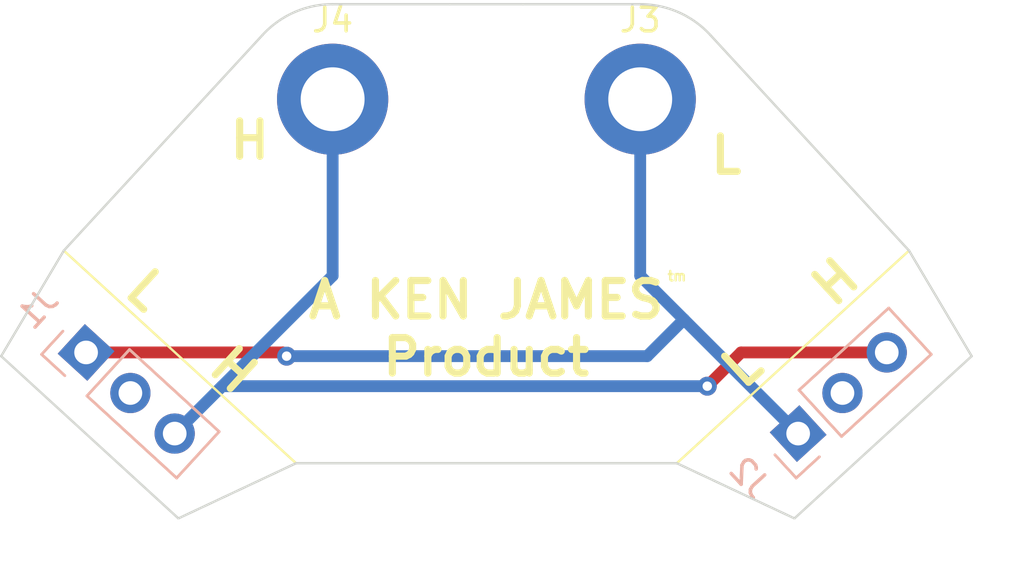
<source format=kicad_pcb>
(kicad_pcb (version 20221018) (generator pcbnew)
  (layers (0 "F.Cu" signal) (31 "B.Cu" signal) (34 "B.Paste" user) (35 "F.Paste" user) (36 "B.SilkS" user "B.Silkscreen") (37 "F.SilkS" user "F.Silkscreen") (38 "B.Mask" user) (39 "F.Mask" user) (44 "Edge.Cuts" user))
  (net 0 "")
  (net 3 "/can_l")
  (net 4 "/can_h")
  (footprint "MountingHole:MountingHole_2.7mm_M2.5_DIN965_Pad" (layer "F.Cu") (at 145.754792 78.031589)
    (fp_text reference "J3" (at 0 -3.35) (layer "F.SilkS"))
    (fp_text value "Conn_01x01")
    (pad "1" thru_hole circle (at 0 0) (size 4.7 4.7) (drill 2.7) (layers "*.Cu" "*.Mask") (net 3 "/can_l"))
  )
  (footprint "MountingHole:MountingHole_2.7mm_M2.5_DIN965_Pad" (layer "F.Cu") (at 132.754792 78.031471)
    (fp_text reference "J4" (at 0 -3.35) (layer "F.SilkS"))
    (fp_text value "Conn_01x01")
    (pad "1" thru_hole circle (at 0 0) (size 4.7 4.7) (drill 2.7) (layers "*.Cu" "*.Mask") (net 4 "/can_h"))
  )
  (footprint "Connector_PinSocket_2.54mm:PinSocket_1x03_P2.54mm_Vertical" (layer "B.Cu") (at 122.333685 88.743347 -132.5)
    (fp_text reference "J1" (at 0 2.77 47.5) (layer "B.SilkS") (effects (justify mirror)))
    (fp_text value "Conn_01x03")
    (fp_line (start -1.33 -6.41) (end 1.33 -6.41) (stroke (width 0.12)) (layer "B.SilkS"))
    (fp_line (start -1.33 -1.27) (end -1.33 -6.41) (stroke (width 0.12)) (layer "B.SilkS"))
    (fp_line (start -1.33 -1.27) (end 1.33 -1.27) (stroke (width 0.12)) (layer "B.SilkS"))
    (fp_line (start 0 1.33) (end 1.33 1.33) (stroke (width 0.12)) (layer "B.SilkS"))
    (fp_line (start 1.33 -1.27) (end 1.33 -6.41) (stroke (width 0.12)) (layer "B.SilkS"))
    (fp_line (start 1.33 1.33) (end 1.33 0) (stroke (width 0.12)) (layer "B.SilkS"))
    (pad "1" thru_hole rect (at 0 0 227.5) (size 1.7 1.7) (drill 1) (layers "*.Cu" "*.Mask") (net 3 "/can_l"))
    (pad "2" thru_hole oval (at 0 -2.54 227.5) (size 1.7 1.7) (drill 1) (layers "*.Cu" "*.Mask"))
    (pad "3" thru_hole oval (at 0 -5.08 227.5) (size 1.7 1.7) (drill 1) (layers "*.Cu" "*.Mask") (net 4 "/can_h"))
  )
  (footprint "Connector_PinSocket_2.54mm:PinSocket_1x03_P2.54mm_Vertical" (layer "B.Cu") (at 152.430466 92.175501 -47.5)
    (fp_text reference "J2" (at 0 2.77 132.5) (layer "B.SilkS") (effects (justify mirror)))
    (fp_text value "Conn_01x03")
    (fp_line (start -1.33 -6.41) (end 1.33 -6.41) (stroke (width 0.12)) (layer "B.SilkS"))
    (fp_line (start -1.33 -1.27) (end -1.33 -6.41) (stroke (width 0.12)) (layer "B.SilkS"))
    (fp_line (start -1.33 -1.27) (end 1.33 -1.27) (stroke (width 0.12)) (layer "B.SilkS"))
    (fp_line (start 0 1.33) (end 1.33 1.33) (stroke (width 0.12)) (layer "B.SilkS"))
    (fp_line (start 1.33 -1.27) (end 1.33 -6.41) (stroke (width 0.12)) (layer "B.SilkS"))
    (fp_line (start 1.33 1.33) (end 1.33 0) (stroke (width 0.12)) (layer "B.SilkS"))
    (pad "1" thru_hole rect (at 0 0 312.5) (size 1.7 1.7) (drill 1) (layers "*.Cu" "*.Mask") (net 3 "/can_l"))
    (pad "2" thru_hole oval (at 0 -2.54 312.5) (size 1.7 1.7) (drill 1) (layers "*.Cu" "*.Mask"))
    (pad "3" thru_hole oval (at 0 -5.08 312.5) (size 1.7 1.7) (drill 1) (layers "*.Cu" "*.Mask") (net 4 "/can_h"))
  )
  (gr_line (start 147.302134 93.429556) (end 157.117367 84.435714) (stroke (width 0.1)) (layer "F.SilkS"))
  (gr_line (start 121.392101 84.435393) (end 131.207172 93.429411) (stroke (width 0.1)) (layer "F.SilkS"))
  (gr_line (start 159.764519 88.900189) (end 152.27378 95.764184) (stroke (width 0.1)) (layer "Edge.Cuts"))
  (gr_line (start 155.654896 82.847481) (end 148.712498 75.308085) (stroke (width 0.1)) (layer "Edge.Cuts"))
  (gr_line (start 129.797135 75.307914) (end 122.854601 82.847185) (stroke (width 0.1)) (layer "Edge.Cuts"))
  (gr_line (start 122.854601 82.847185) (end 121.392101 84.435393) (stroke (width 0.1)) (layer "Edge.Cuts"))
  (gr_line (start 152.27378 95.764184) (end 147.302305 93.429485) (stroke (width 0.1)) (layer "Edge.Cuts"))
  (gr_line (start 118.745 88.9) (end 121.392101 84.435393) (stroke (width 0.1)) (layer "Edge.Cuts"))
  (gr_line (start 157.117367 84.435714) (end 155.654896 82.847481) (stroke (width 0.1)) (layer "Edge.Cuts"))
  (gr_line (start 137.709545 74.010882) (end 140.800112 74.01091) (stroke (width 0.1)) (layer "Edge.Cuts"))
  (gr_line (start 126.235676 95.764064) (end 131.207172 93.429411) (stroke (width 0.1)) (layer "Edge.Cuts"))
  (gr_arc (start 145.754828 74.010955) (mid 147.369649 74.349449) (end 148.712498 75.308085) (stroke (width 0.1)) (layer "Edge.Cuts"))
  (gr_line (start 118.745 88.9) (end 126.235676 95.764064) (stroke (width 0.1)) (layer "Edge.Cuts"))
  (gr_line (start 137.709545 74.010882) (end 132.754828 74.010837) (stroke (width 0.1)) (layer "Edge.Cuts"))
  (gr_line (start 145.754828 74.010955) (end 140.800112 74.01091) (stroke (width 0.1)) (layer "Edge.Cuts"))
  (gr_line (start 131.207172 93.429411) (end 147.302134 93.429556) (stroke (width 0.1)) (layer "Edge.Cuts"))
  (gr_arc (start 129.797135 75.307914) (mid 131.140001 74.349302) (end 132.754828 74.010837) (stroke (width 0.1)) (layer "Edge.Cuts"))
  (gr_line (start 159.764519 88.900189) (end 157.117459 84.435558) (stroke (width 0.1)) (layer "Edge.Cuts"))
  (gr_text "L\n" (at 150.0632 90.5256 42.5) (layer "F.SilkS") (effects (font (size 1.5 1.5) (thickness 0.3) bold) (justify left bottom)))
  (gr_text "L\n" (at 123.698 86.2076 317.5) (layer "F.SilkS") (effects (font (size 1.5 1.5) (thickness 0.3) bold) (justify left bottom)))
  (gr_text "L" (at 148.59 81.28) (layer "F.SilkS") (effects (font (size 1.5 1.5) (thickness 0.3) bold) (justify left bottom)))
  (gr_text "H" (at 153.8732 87.0712 42.5) (layer "F.SilkS") (effects (font (size 1.5 1.5) (thickness 0.3) bold) (justify left bottom)))
  (gr_text "tm" (at 146.8628 85.7504) (layer "F.SilkS") (effects (font (size 0.4 0.4) (thickness 0.1) bold) (justify left bottom)))
  (gr_text "H" (at 127.254 89.4588 317.5) (layer "F.SilkS") (effects (font (size 1.5 1.5) (thickness 0.3) bold) (justify left bottom)))
  (gr_text "A KEN JAMES\nProduct" (at 139.2428 89.8144) (layer "F.SilkS") (effects (font (size 1.5 1.5) (thickness 0.3) bold) (justify bottom)))
  (gr_text "H" (at 128.27 80.645) (layer "F.SilkS") (effects (font (size 1.5 1.5) (thickness 0.3) bold) (justify left bottom)))
  (segment (start 122.333685 88.743347) (end 130.653347 88.743347) (width 0.5) (layer "F.Cu") (net 3))
  (segment (start 130.653347 88.743347) (end 130.81 88.9) (width 0.5) (layer "F.Cu") (net 3))
  (via (at 130.81 88.9) (size 0.8) (drill 0.4) (layers "F.Cu" "B.Cu") (net 3))
  (segment (start 130.81 88.9) (end 146.05 88.9) (width 0.5) (layer "B.Cu") (net 3))
  (segment (start 146.05 88.9) (end 147.602483 87.347517) (width 0.5) (layer "B.Cu") (net 3))
  (segment (start 145.754792 85.499827) (end 147.602483 87.347517) (width 0.5) (layer "B.Cu") (net 3))
  (segment (start 147.602483 87.347517) (end 152.430466 92.175501) (width 0.5) (layer "B.Cu") (net 3))
  (segment (start 145.754792 78.031589) (end 145.754792 85.499827) (width 0.5) (layer "B.Cu") (net 3))
  (segment (start 150.016497 88.743503) (end 148.59 90.17) (width 0.5) (layer "F.Cu") (net 4))
  (segment (start 156.175835 88.743503) (end 150.016497 88.743503) (width 0.5) (layer "F.Cu") (net 4))
  (via (at 148.59 90.17) (size 0.8) (drill 0.4) (layers "F.Cu" "B.Cu") (net 4))
  (segment (start 132.754792 78.031471) (end 132.754792 85.499607) (width 0.5) (layer "B.Cu") (net 4))
  (segment (start 128.084398 90.17) (end 127.859699 90.394699) (width 0.5) (layer "B.Cu") (net 4))
  (segment (start 148.59 90.17) (end 128.084398 90.17) (width 0.5) (layer "B.Cu") (net 4))
  (segment (start 127.859699 90.394699) (end 126.079054 92.175345) (width 0.5) (layer "B.Cu") (net 4))
  (segment (start 132.754792 85.499607) (end 127.859699 90.394699) (width 0.5) (layer "B.Cu") (net 4))
)
</source>
